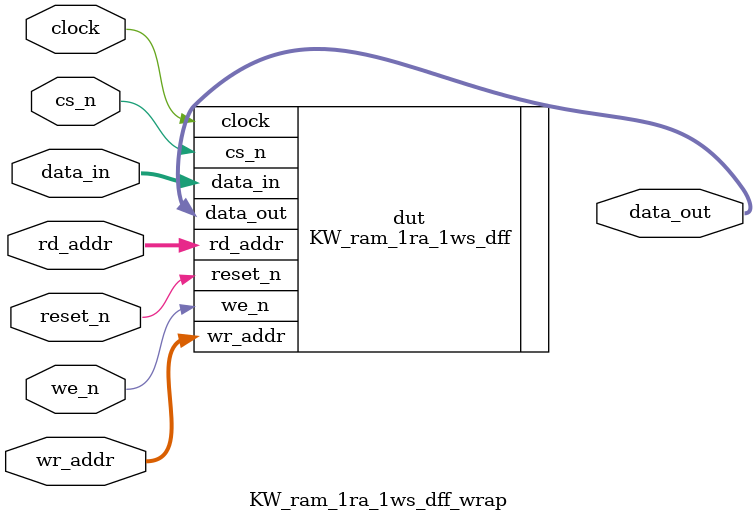
<source format=sv>
`default_nettype none

`define DATA_WIDTH (256)
`define DEPTH      (32)
`define ADDR_WIDTH ($clog2(`DEPTH))
`define RESET_MODE (1)

module KW_ram_1ra_1ws_dff_wrap (
  input logic clock,
  input logic reset_n,

  input logic cs_n,
  input logic we_n,

  input  logic [`ADDR_WIDTH-1:0] rd_addr,
  input  logic [`ADDR_WIDTH-1:0] wr_addr,
  input  logic [`DATA_WIDTH-1:0] data_in,
  output logic [`DATA_WIDTH-1:0] data_out
);
  KW_ram_1ra_1ws_dff #(
    .DATA_WIDTH(`DATA_WIDTH),
    .DEPTH(`DEPTH),
    .RESET_MODE(`RESET_MODE)
  ) dut (
    .clock(clock),
    .reset_n(reset_n),
    .cs_n(cs_n),
    .we_n(we_n),
    .rd_addr(rd_addr),
    .wr_addr(wr_addr),
    .data_in(data_in),
    .data_out(data_out)
  );
endmodule

</source>
